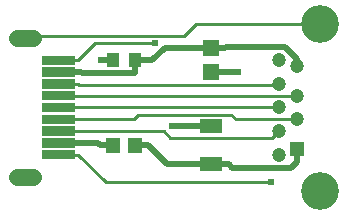
<source format=gtl>
G04 Layer: TopLayer*
G04 EasyEDA v6.5.5, 2022-06-29 11:53:04*
G04 45b2c0bde71c4c1c92ce3b501ee4c66e,9bf960991b9d4efa812b5d32ee5e6833,10*
G04 Gerber Generator version 0.2*
G04 Scale: 100 percent, Rotated: No, Reflected: No *
G04 Dimensions in millimeters *
G04 leading zeros omitted , absolute positions ,4 integer and 5 decimal *
%FSLAX45Y45*%
%MOMM*%

%ADD10C,0.2540*%
%ADD11C,0.5000*%
%ADD12C,0.6100*%
%ADD13R,1.0000X1.2500*%
%ADD14R,1.9000X1.2000*%
%ADD15R,1.3500X1.4100*%
%ADD17C,3.2000*%
%ADD19C,1.1989*%
%ADD20C,1.4079*%

%LPD*%
D11*
X2196873Y7640297D02*
G01*
X2531518Y7640297D01*
X1980719Y8204202D02*
G01*
X2031900Y8204202D01*
X2134897Y8307199D01*
X2531518Y8307199D01*
X1880694Y8204202D02*
G01*
X1980719Y8204202D01*
X2590294Y8307199D02*
G01*
X2531518Y8307199D01*
X2590294Y8307199D02*
G01*
X2649044Y8307199D01*
X1880694Y8204202D02*
G01*
X1880694Y8091680D01*
X1236499Y8099986D02*
G01*
X1425526Y8099986D01*
X1425526Y8099986D02*
G01*
X1433832Y8091680D01*
X1880694Y8091680D01*
X3254504Y8149998D02*
G01*
X3254504Y8209180D01*
X3153666Y8310018D01*
X2651864Y8310018D01*
X2649044Y8307199D01*
X1600685Y8204202D02*
G01*
X1593827Y8204202D01*
X1700710Y8204202D02*
G01*
X1600685Y8204202D01*
X1545694Y7499987D02*
G01*
X1567080Y7499987D01*
X1586765Y7480302D01*
X1236499Y7499987D02*
G01*
X1545694Y7499987D01*
X1696722Y7480302D02*
G01*
X1586765Y7480302D01*
X2531518Y8101205D02*
G01*
X2649044Y8101205D01*
X2754861Y8096506D02*
G01*
X2653743Y8096506D01*
X2649044Y8101205D01*
X1884682Y7480302D02*
G01*
X1994639Y7480302D01*
X1994639Y7480302D02*
G01*
X2154659Y7320282D01*
X2531518Y7320282D01*
X2531518Y7320282D02*
G01*
X2676527Y7320282D01*
X3254402Y7449974D02*
G01*
X3254402Y7339967D01*
X3254402Y7339967D02*
G01*
X3203958Y7289523D01*
X2707286Y7289523D01*
X2676527Y7320282D01*
D10*
X1236499Y7399987D02*
G01*
X1403428Y7399987D01*
X3032229Y7166053D02*
G01*
X1637362Y7166053D01*
X1403428Y7399987D01*
X2057986Y8344181D02*
G01*
X1547624Y8344181D01*
X1403428Y8199986D01*
X1236499Y8199986D02*
G01*
X1403428Y8199986D01*
X3454402Y8506868D02*
G01*
X2402131Y8506868D01*
X2300124Y8404862D01*
X972390Y8404862D01*
X952502Y8384974D01*
X1236499Y7799986D02*
G01*
X1403428Y7799986D01*
X3104390Y7799986D02*
G01*
X1403428Y7799986D01*
X3254504Y7699910D02*
G01*
X2740560Y7699910D01*
X2701165Y7739306D01*
X1912927Y7739306D01*
X1873608Y7699987D01*
X1236499Y7699987D01*
X1236499Y7599987D02*
G01*
X2126388Y7599987D01*
X2183818Y7542557D01*
X3046859Y7542557D01*
X3104390Y7600088D01*
X1236499Y7899986D02*
G01*
X3254428Y7899986D01*
X3254504Y7900062D01*
X1236499Y7999986D02*
G01*
X1403428Y7999986D01*
X3104390Y7999884D02*
G01*
X3097456Y7992950D01*
X1410464Y7992950D01*
X1403428Y7999986D01*
D13*
G01*
X1880692Y8204200D03*
G01*
X1700707Y8204200D03*
D14*
G01*
X2531516Y7320305D03*
G01*
X2531516Y7640320D03*
G36*
X2464028Y8171700D02*
G01*
X2599029Y8171700D01*
X2599029Y8030700D01*
X2464028Y8030700D01*
G37*
D15*
G01*
X2531516Y8307196D03*
G36*
X1636776Y7545323D02*
G01*
X1756663Y7545323D01*
X1756663Y7415276D01*
X1636776Y7415276D01*
G37*
G36*
X1824736Y7545323D02*
G01*
X1944624Y7545323D01*
X1944624Y7415276D01*
X1824736Y7415276D01*
G37*
G36*
X1375511Y7839991D02*
G01*
X1375511Y7759981D01*
X1097508Y7759981D01*
X1097508Y7839991D01*
G37*
G36*
X1375511Y7739992D02*
G01*
X1375511Y7659982D01*
X1097508Y7659982D01*
X1097508Y7739992D01*
G37*
G36*
X1375511Y7639992D02*
G01*
X1375511Y7559982D01*
X1097508Y7559982D01*
X1097508Y7639992D01*
G37*
G36*
X1375511Y7539992D02*
G01*
X1375511Y7459982D01*
X1097508Y7459982D01*
X1097508Y7539992D01*
G37*
G36*
X1375511Y7439992D02*
G01*
X1375511Y7359982D01*
X1097508Y7359982D01*
X1097508Y7439992D01*
G37*
G36*
X1375511Y7939991D02*
G01*
X1375511Y7859981D01*
X1097508Y7859981D01*
X1097508Y7939991D01*
G37*
G36*
X1375511Y8039991D02*
G01*
X1375511Y7959981D01*
X1097508Y7959981D01*
X1097508Y8039991D01*
G37*
G36*
X1375511Y8139991D02*
G01*
X1375511Y8059981D01*
X1097508Y8059981D01*
X1097508Y8139991D01*
G37*
G36*
X1375511Y8239991D02*
G01*
X1375511Y8159981D01*
X1097508Y8159981D01*
X1097508Y8239991D01*
G37*
D17*
G01*
X3454400Y7093102D03*
G01*
X3454400Y8506866D03*
G36*
X3194456Y7389977D02*
G01*
X3194456Y7509967D01*
X3314344Y7509967D01*
X3314344Y7389977D01*
G37*
D19*
G01*
X3254502Y7699908D03*
G01*
X3254502Y7900060D03*
G01*
X3254502Y8149996D03*
G01*
X3104388Y7399934D03*
G01*
X3104388Y7600086D03*
G01*
X3104388Y7799984D03*
G01*
X3104388Y7999882D03*
G01*
X3104388Y8200034D03*
D12*
G01*
X2196871Y7640294D03*
G01*
X1593824Y8204200D03*
G01*
X1545691Y7499985D03*
G01*
X2754858Y8096504D03*
G01*
X3032226Y7166051D03*
G01*
X2057984Y8344179D03*
D20*
X1022908Y8384971D02*
G01*
X882091Y8384971D01*
X1022908Y7214996D02*
G01*
X882091Y7214996D01*
M02*

</source>
